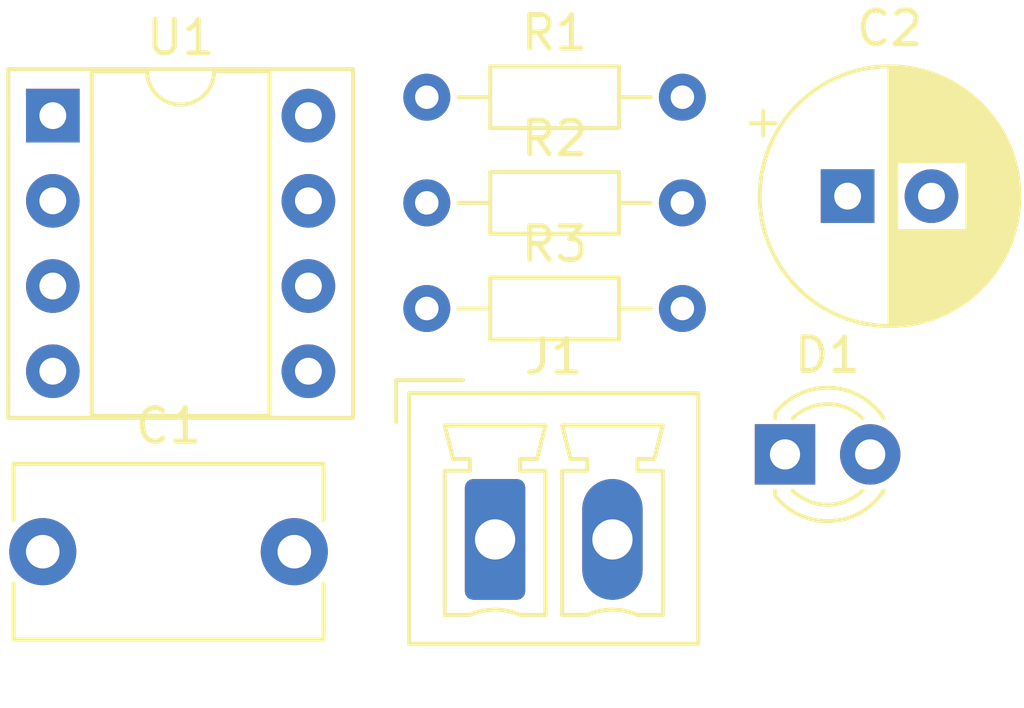
<source format=kicad_pcb>
(kicad_pcb (version 20171130) (host pcbnew "(5.1.7)-1")

  (general
    (thickness 1.6)
    (drawings 0)
    (tracks 0)
    (zones 0)
    (modules 8)
    (nets 8)
  )

  (page A4)
  (layers
    (0 F.Cu signal)
    (31 B.Cu signal)
    (32 B.Adhes user)
    (33 F.Adhes user)
    (34 B.Paste user)
    (35 F.Paste user)
    (36 B.SilkS user)
    (37 F.SilkS user)
    (38 B.Mask user)
    (39 F.Mask user)
    (40 Dwgs.User user)
    (41 Cmts.User user)
    (42 Eco1.User user)
    (43 Eco2.User user)
    (44 Edge.Cuts user)
    (45 Margin user)
    (46 B.CrtYd user)
    (47 F.CrtYd user)
    (48 B.Fab user)
    (49 F.Fab user)
  )

  (setup
    (last_trace_width 0.25)
    (trace_clearance 0.2)
    (zone_clearance 0.508)
    (zone_45_only no)
    (trace_min 0.2)
    (via_size 0.8)
    (via_drill 0.4)
    (via_min_size 0.4)
    (via_min_drill 0.3)
    (uvia_size 0.3)
    (uvia_drill 0.1)
    (uvias_allowed no)
    (uvia_min_size 0.2)
    (uvia_min_drill 0.1)
    (edge_width 0.05)
    (segment_width 0.2)
    (pcb_text_width 0.3)
    (pcb_text_size 1.5 1.5)
    (mod_edge_width 0.12)
    (mod_text_size 1 1)
    (mod_text_width 0.15)
    (pad_size 1.524 1.524)
    (pad_drill 0.762)
    (pad_to_mask_clearance 0)
    (aux_axis_origin 0 0)
    (visible_elements FFFFFF7F)
    (pcbplotparams
      (layerselection 0x010fc_ffffffff)
      (usegerberextensions false)
      (usegerberattributes true)
      (usegerberadvancedattributes true)
      (creategerberjobfile true)
      (excludeedgelayer true)
      (linewidth 0.100000)
      (plotframeref false)
      (viasonmask false)
      (mode 1)
      (useauxorigin false)
      (hpglpennumber 1)
      (hpglpenspeed 20)
      (hpglpendiameter 15.000000)
      (psnegative false)
      (psa4output false)
      (plotreference true)
      (plotvalue true)
      (plotinvisibletext false)
      (padsonsilk false)
      (subtractmaskfromsilk false)
      (outputformat 1)
      (mirror false)
      (drillshape 1)
      (scaleselection 1)
      (outputdirectory ""))
  )

  (net 0 "")
  (net 1 "Net-(C1-Pad1)")
  (net 2 "Net-(C1-Pad2)")
  (net 3 "Net-(C2-Pad1)")
  (net 4 "Net-(D1-Pad2)")
  (net 5 "Net-(J1-Pad1)")
  (net 6 "Net-(R1-Pad2)")
  (net 7 "Net-(R3-Pad1)")

  (net_class Default "This is the default net class."
    (clearance 0.2)
    (trace_width 0.25)
    (via_dia 0.8)
    (via_drill 0.4)
    (uvia_dia 0.3)
    (uvia_drill 0.1)
    (add_net "Net-(C1-Pad1)")
    (add_net "Net-(C1-Pad2)")
    (add_net "Net-(C2-Pad1)")
    (add_net "Net-(D1-Pad2)")
    (add_net "Net-(J1-Pad1)")
    (add_net "Net-(R1-Pad2)")
    (add_net "Net-(R3-Pad1)")
  )

  (module Capacitor_THT:C_Disc_D9.0mm_W5.0mm_P7.50mm (layer F.Cu) (tedit 5AE50EF0) (tstamp 5FA71762)
    (at 148.595001 98.445001)
    (descr "C, Disc series, Radial, pin pitch=7.50mm, , diameter*width=9*5.0mm^2, Capacitor, http://www.vishay.com/docs/28535/vy2series.pdf")
    (tags "C Disc series Radial pin pitch 7.50mm  diameter 9mm width 5.0mm Capacitor")
    (path /5F9D42CB)
    (fp_text reference C1 (at 3.75 -3.75) (layer F.SilkS)
      (effects (font (size 1 1) (thickness 0.15)))
    )
    (fp_text value 0.1uf (at 3.75 3.75) (layer F.Fab)
      (effects (font (size 1 1) (thickness 0.15)))
    )
    (fp_line (start 8.75 -2.75) (end -1.25 -2.75) (layer F.CrtYd) (width 0.05))
    (fp_line (start 8.75 2.75) (end 8.75 -2.75) (layer F.CrtYd) (width 0.05))
    (fp_line (start -1.25 2.75) (end 8.75 2.75) (layer F.CrtYd) (width 0.05))
    (fp_line (start -1.25 -2.75) (end -1.25 2.75) (layer F.CrtYd) (width 0.05))
    (fp_line (start 8.37 0.946) (end 8.37 2.62) (layer F.SilkS) (width 0.12))
    (fp_line (start 8.37 -2.62) (end 8.37 -0.946) (layer F.SilkS) (width 0.12))
    (fp_line (start -0.87 0.946) (end -0.87 2.62) (layer F.SilkS) (width 0.12))
    (fp_line (start -0.87 -2.62) (end -0.87 -0.946) (layer F.SilkS) (width 0.12))
    (fp_line (start -0.87 2.62) (end 8.37 2.62) (layer F.SilkS) (width 0.12))
    (fp_line (start -0.87 -2.62) (end 8.37 -2.62) (layer F.SilkS) (width 0.12))
    (fp_line (start 8.25 -2.5) (end -0.75 -2.5) (layer F.Fab) (width 0.1))
    (fp_line (start 8.25 2.5) (end 8.25 -2.5) (layer F.Fab) (width 0.1))
    (fp_line (start -0.75 2.5) (end 8.25 2.5) (layer F.Fab) (width 0.1))
    (fp_line (start -0.75 -2.5) (end -0.75 2.5) (layer F.Fab) (width 0.1))
    (fp_text user %R (at 3.75 0) (layer F.Fab)
      (effects (font (size 1 1) (thickness 0.15)))
    )
    (pad 1 thru_hole circle (at 0 0) (size 2 2) (drill 1) (layers *.Cu *.Mask)
      (net 1 "Net-(C1-Pad1)"))
    (pad 2 thru_hole circle (at 7.5 0) (size 2 2) (drill 1) (layers *.Cu *.Mask)
      (net 2 "Net-(C1-Pad2)"))
    (model ${KISYS3DMOD}/Capacitor_THT.3dshapes/C_Disc_D9.0mm_W5.0mm_P7.50mm.wrl
      (at (xyz 0 0 0))
      (scale (xyz 1 1 1))
      (rotate (xyz 0 0 0))
    )
  )

  (module Capacitor_THT:CP_Radial_D7.5mm_P2.50mm (layer F.Cu) (tedit 5AE50EF0) (tstamp 5FA71805)
    (at 172.592212 87.845001)
    (descr "CP, Radial series, Radial, pin pitch=2.50mm, , diameter=7.5mm, Electrolytic Capacitor")
    (tags "CP Radial series Radial pin pitch 2.50mm  diameter 7.5mm Electrolytic Capacitor")
    (path /5F9D34E3)
    (fp_text reference C2 (at 1.25 -5) (layer F.SilkS)
      (effects (font (size 1 1) (thickness 0.15)))
    )
    (fp_text value 220uf (at 1.25 5) (layer F.Fab)
      (effects (font (size 1 1) (thickness 0.15)))
    )
    (fp_line (start -2.517211 -2.55) (end -2.517211 -1.8) (layer F.SilkS) (width 0.12))
    (fp_line (start -2.892211 -2.175) (end -2.142211 -2.175) (layer F.SilkS) (width 0.12))
    (fp_line (start 5.091 -0.441) (end 5.091 0.441) (layer F.SilkS) (width 0.12))
    (fp_line (start 5.051 -0.693) (end 5.051 0.693) (layer F.SilkS) (width 0.12))
    (fp_line (start 5.011 -0.877) (end 5.011 0.877) (layer F.SilkS) (width 0.12))
    (fp_line (start 4.971 -1.028) (end 4.971 1.028) (layer F.SilkS) (width 0.12))
    (fp_line (start 4.931 -1.158) (end 4.931 1.158) (layer F.SilkS) (width 0.12))
    (fp_line (start 4.891 -1.275) (end 4.891 1.275) (layer F.SilkS) (width 0.12))
    (fp_line (start 4.851 -1.381) (end 4.851 1.381) (layer F.SilkS) (width 0.12))
    (fp_line (start 4.811 -1.478) (end 4.811 1.478) (layer F.SilkS) (width 0.12))
    (fp_line (start 4.771 -1.569) (end 4.771 1.569) (layer F.SilkS) (width 0.12))
    (fp_line (start 4.731 -1.654) (end 4.731 1.654) (layer F.SilkS) (width 0.12))
    (fp_line (start 4.691 -1.733) (end 4.691 1.733) (layer F.SilkS) (width 0.12))
    (fp_line (start 4.651 -1.809) (end 4.651 1.809) (layer F.SilkS) (width 0.12))
    (fp_line (start 4.611 -1.881) (end 4.611 1.881) (layer F.SilkS) (width 0.12))
    (fp_line (start 4.571 -1.949) (end 4.571 1.949) (layer F.SilkS) (width 0.12))
    (fp_line (start 4.531 -2.014) (end 4.531 2.014) (layer F.SilkS) (width 0.12))
    (fp_line (start 4.491 -2.077) (end 4.491 2.077) (layer F.SilkS) (width 0.12))
    (fp_line (start 4.451 -2.137) (end 4.451 2.137) (layer F.SilkS) (width 0.12))
    (fp_line (start 4.411 -2.195) (end 4.411 2.195) (layer F.SilkS) (width 0.12))
    (fp_line (start 4.371 -2.25) (end 4.371 2.25) (layer F.SilkS) (width 0.12))
    (fp_line (start 4.331 -2.304) (end 4.331 2.304) (layer F.SilkS) (width 0.12))
    (fp_line (start 4.291 -2.355) (end 4.291 2.355) (layer F.SilkS) (width 0.12))
    (fp_line (start 4.251 -2.405) (end 4.251 2.405) (layer F.SilkS) (width 0.12))
    (fp_line (start 4.211 -2.454) (end 4.211 2.454) (layer F.SilkS) (width 0.12))
    (fp_line (start 4.171 -2.5) (end 4.171 2.5) (layer F.SilkS) (width 0.12))
    (fp_line (start 4.131 -2.546) (end 4.131 2.546) (layer F.SilkS) (width 0.12))
    (fp_line (start 4.091 -2.589) (end 4.091 2.589) (layer F.SilkS) (width 0.12))
    (fp_line (start 4.051 -2.632) (end 4.051 2.632) (layer F.SilkS) (width 0.12))
    (fp_line (start 4.011 -2.673) (end 4.011 2.673) (layer F.SilkS) (width 0.12))
    (fp_line (start 3.971 -2.713) (end 3.971 2.713) (layer F.SilkS) (width 0.12))
    (fp_line (start 3.931 -2.752) (end 3.931 2.752) (layer F.SilkS) (width 0.12))
    (fp_line (start 3.891 -2.79) (end 3.891 2.79) (layer F.SilkS) (width 0.12))
    (fp_line (start 3.851 -2.827) (end 3.851 2.827) (layer F.SilkS) (width 0.12))
    (fp_line (start 3.811 -2.863) (end 3.811 2.863) (layer F.SilkS) (width 0.12))
    (fp_line (start 3.771 -2.898) (end 3.771 2.898) (layer F.SilkS) (width 0.12))
    (fp_line (start 3.731 -2.931) (end 3.731 2.931) (layer F.SilkS) (width 0.12))
    (fp_line (start 3.691 -2.964) (end 3.691 2.964) (layer F.SilkS) (width 0.12))
    (fp_line (start 3.651 -2.996) (end 3.651 2.996) (layer F.SilkS) (width 0.12))
    (fp_line (start 3.611 -3.028) (end 3.611 3.028) (layer F.SilkS) (width 0.12))
    (fp_line (start 3.571 -3.058) (end 3.571 3.058) (layer F.SilkS) (width 0.12))
    (fp_line (start 3.531 1.04) (end 3.531 3.088) (layer F.SilkS) (width 0.12))
    (fp_line (start 3.531 -3.088) (end 3.531 -1.04) (layer F.SilkS) (width 0.12))
    (fp_line (start 3.491 1.04) (end 3.491 3.116) (layer F.SilkS) (width 0.12))
    (fp_line (start 3.491 -3.116) (end 3.491 -1.04) (layer F.SilkS) (width 0.12))
    (fp_line (start 3.451 1.04) (end 3.451 3.144) (layer F.SilkS) (width 0.12))
    (fp_line (start 3.451 -3.144) (end 3.451 -1.04) (layer F.SilkS) (width 0.12))
    (fp_line (start 3.411 1.04) (end 3.411 3.172) (layer F.SilkS) (width 0.12))
    (fp_line (start 3.411 -3.172) (end 3.411 -1.04) (layer F.SilkS) (width 0.12))
    (fp_line (start 3.371 1.04) (end 3.371 3.198) (layer F.SilkS) (width 0.12))
    (fp_line (start 3.371 -3.198) (end 3.371 -1.04) (layer F.SilkS) (width 0.12))
    (fp_line (start 3.331 1.04) (end 3.331 3.224) (layer F.SilkS) (width 0.12))
    (fp_line (start 3.331 -3.224) (end 3.331 -1.04) (layer F.SilkS) (width 0.12))
    (fp_line (start 3.291 1.04) (end 3.291 3.249) (layer F.SilkS) (width 0.12))
    (fp_line (start 3.291 -3.249) (end 3.291 -1.04) (layer F.SilkS) (width 0.12))
    (fp_line (start 3.251 1.04) (end 3.251 3.274) (layer F.SilkS) (width 0.12))
    (fp_line (start 3.251 -3.274) (end 3.251 -1.04) (layer F.SilkS) (width 0.12))
    (fp_line (start 3.211 1.04) (end 3.211 3.297) (layer F.SilkS) (width 0.12))
    (fp_line (start 3.211 -3.297) (end 3.211 -1.04) (layer F.SilkS) (width 0.12))
    (fp_line (start 3.171 1.04) (end 3.171 3.321) (layer F.SilkS) (width 0.12))
    (fp_line (start 3.171 -3.321) (end 3.171 -1.04) (layer F.SilkS) (width 0.12))
    (fp_line (start 3.131 1.04) (end 3.131 3.343) (layer F.SilkS) (width 0.12))
    (fp_line (start 3.131 -3.343) (end 3.131 -1.04) (layer F.SilkS) (width 0.12))
    (fp_line (start 3.091 1.04) (end 3.091 3.365) (layer F.SilkS) (width 0.12))
    (fp_line (start 3.091 -3.365) (end 3.091 -1.04) (layer F.SilkS) (width 0.12))
    (fp_line (start 3.051 1.04) (end 3.051 3.386) (layer F.SilkS) (width 0.12))
    (fp_line (start 3.051 -3.386) (end 3.051 -1.04) (layer F.SilkS) (width 0.12))
    (fp_line (start 3.011 1.04) (end 3.011 3.407) (layer F.SilkS) (width 0.12))
    (fp_line (start 3.011 -3.407) (end 3.011 -1.04) (layer F.SilkS) (width 0.12))
    (fp_line (start 2.971 1.04) (end 2.971 3.427) (layer F.SilkS) (width 0.12))
    (fp_line (start 2.971 -3.427) (end 2.971 -1.04) (layer F.SilkS) (width 0.12))
    (fp_line (start 2.931 1.04) (end 2.931 3.447) (layer F.SilkS) (width 0.12))
    (fp_line (start 2.931 -3.447) (end 2.931 -1.04) (layer F.SilkS) (width 0.12))
    (fp_line (start 2.891 1.04) (end 2.891 3.466) (layer F.SilkS) (width 0.12))
    (fp_line (start 2.891 -3.466) (end 2.891 -1.04) (layer F.SilkS) (width 0.12))
    (fp_line (start 2.851 1.04) (end 2.851 3.484) (layer F.SilkS) (width 0.12))
    (fp_line (start 2.851 -3.484) (end 2.851 -1.04) (layer F.SilkS) (width 0.12))
    (fp_line (start 2.811 1.04) (end 2.811 3.502) (layer F.SilkS) (width 0.12))
    (fp_line (start 2.811 -3.502) (end 2.811 -1.04) (layer F.SilkS) (width 0.12))
    (fp_line (start 2.771 1.04) (end 2.771 3.52) (layer F.SilkS) (width 0.12))
    (fp_line (start 2.771 -3.52) (end 2.771 -1.04) (layer F.SilkS) (width 0.12))
    (fp_line (start 2.731 1.04) (end 2.731 3.536) (layer F.SilkS) (width 0.12))
    (fp_line (start 2.731 -3.536) (end 2.731 -1.04) (layer F.SilkS) (width 0.12))
    (fp_line (start 2.691 1.04) (end 2.691 3.553) (layer F.SilkS) (width 0.12))
    (fp_line (start 2.691 -3.553) (end 2.691 -1.04) (layer F.SilkS) (width 0.12))
    (fp_line (start 2.651 1.04) (end 2.651 3.568) (layer F.SilkS) (width 0.12))
    (fp_line (start 2.651 -3.568) (end 2.651 -1.04) (layer F.SilkS) (width 0.12))
    (fp_line (start 2.611 1.04) (end 2.611 3.584) (layer F.SilkS) (width 0.12))
    (fp_line (start 2.611 -3.584) (end 2.611 -1.04) (layer F.SilkS) (width 0.12))
    (fp_line (start 2.571 1.04) (end 2.571 3.598) (layer F.SilkS) (width 0.12))
    (fp_line (start 2.571 -3.598) (end 2.571 -1.04) (layer F.SilkS) (width 0.12))
    (fp_line (start 2.531 1.04) (end 2.531 3.613) (layer F.SilkS) (width 0.12))
    (fp_line (start 2.531 -3.613) (end 2.531 -1.04) (layer F.SilkS) (width 0.12))
    (fp_line (start 2.491 1.04) (end 2.491 3.626) (layer F.SilkS) (width 0.12))
    (fp_line (start 2.491 -3.626) (end 2.491 -1.04) (layer F.SilkS) (width 0.12))
    (fp_line (start 2.451 1.04) (end 2.451 3.64) (layer F.SilkS) (width 0.12))
    (fp_line (start 2.451 -3.64) (end 2.451 -1.04) (layer F.SilkS) (width 0.12))
    (fp_line (start 2.411 1.04) (end 2.411 3.653) (layer F.SilkS) (width 0.12))
    (fp_line (start 2.411 -3.653) (end 2.411 -1.04) (layer F.SilkS) (width 0.12))
    (fp_line (start 2.371 1.04) (end 2.371 3.665) (layer F.SilkS) (width 0.12))
    (fp_line (start 2.371 -3.665) (end 2.371 -1.04) (layer F.SilkS) (width 0.12))
    (fp_line (start 2.331 1.04) (end 2.331 3.677) (layer F.SilkS) (width 0.12))
    (fp_line (start 2.331 -3.677) (end 2.331 -1.04) (layer F.SilkS) (width 0.12))
    (fp_line (start 2.291 1.04) (end 2.291 3.688) (layer F.SilkS) (width 0.12))
    (fp_line (start 2.291 -3.688) (end 2.291 -1.04) (layer F.SilkS) (width 0.12))
    (fp_line (start 2.251 1.04) (end 2.251 3.699) (layer F.SilkS) (width 0.12))
    (fp_line (start 2.251 -3.699) (end 2.251 -1.04) (layer F.SilkS) (width 0.12))
    (fp_line (start 2.211 1.04) (end 2.211 3.71) (layer F.SilkS) (width 0.12))
    (fp_line (start 2.211 -3.71) (end 2.211 -1.04) (layer F.SilkS) (width 0.12))
    (fp_line (start 2.171 1.04) (end 2.171 3.72) (layer F.SilkS) (width 0.12))
    (fp_line (start 2.171 -3.72) (end 2.171 -1.04) (layer F.SilkS) (width 0.12))
    (fp_line (start 2.131 1.04) (end 2.131 3.729) (layer F.SilkS) (width 0.12))
    (fp_line (start 2.131 -3.729) (end 2.131 -1.04) (layer F.SilkS) (width 0.12))
    (fp_line (start 2.091 1.04) (end 2.091 3.738) (layer F.SilkS) (width 0.12))
    (fp_line (start 2.091 -3.738) (end 2.091 -1.04) (layer F.SilkS) (width 0.12))
    (fp_line (start 2.051 1.04) (end 2.051 3.747) (layer F.SilkS) (width 0.12))
    (fp_line (start 2.051 -3.747) (end 2.051 -1.04) (layer F.SilkS) (width 0.12))
    (fp_line (start 2.011 1.04) (end 2.011 3.755) (layer F.SilkS) (width 0.12))
    (fp_line (start 2.011 -3.755) (end 2.011 -1.04) (layer F.SilkS) (width 0.12))
    (fp_line (start 1.971 1.04) (end 1.971 3.763) (layer F.SilkS) (width 0.12))
    (fp_line (start 1.971 -3.763) (end 1.971 -1.04) (layer F.SilkS) (width 0.12))
    (fp_line (start 1.93 1.04) (end 1.93 3.77) (layer F.SilkS) (width 0.12))
    (fp_line (start 1.93 -3.77) (end 1.93 -1.04) (layer F.SilkS) (width 0.12))
    (fp_line (start 1.89 1.04) (end 1.89 3.777) (layer F.SilkS) (width 0.12))
    (fp_line (start 1.89 -3.777) (end 1.89 -1.04) (layer F.SilkS) (width 0.12))
    (fp_line (start 1.85 1.04) (end 1.85 3.784) (layer F.SilkS) (width 0.12))
    (fp_line (start 1.85 -3.784) (end 1.85 -1.04) (layer F.SilkS) (width 0.12))
    (fp_line (start 1.81 1.04) (end 1.81 3.79) (layer F.SilkS) (width 0.12))
    (fp_line (start 1.81 -3.79) (end 1.81 -1.04) (layer F.SilkS) (width 0.12))
    (fp_line (start 1.77 1.04) (end 1.77 3.795) (layer F.SilkS) (width 0.12))
    (fp_line (start 1.77 -3.795) (end 1.77 -1.04) (layer F.SilkS) (width 0.12))
    (fp_line (start 1.73 1.04) (end 1.73 3.801) (layer F.SilkS) (width 0.12))
    (fp_line (start 1.73 -3.801) (end 1.73 -1.04) (layer F.SilkS) (width 0.12))
    (fp_line (start 1.69 1.04) (end 1.69 3.805) (layer F.SilkS) (width 0.12))
    (fp_line (start 1.69 -3.805) (end 1.69 -1.04) (layer F.SilkS) (width 0.12))
    (fp_line (start 1.65 1.04) (end 1.65 3.81) (layer F.SilkS) (width 0.12))
    (fp_line (start 1.65 -3.81) (end 1.65 -1.04) (layer F.SilkS) (width 0.12))
    (fp_line (start 1.61 1.04) (end 1.61 3.814) (layer F.SilkS) (width 0.12))
    (fp_line (start 1.61 -3.814) (end 1.61 -1.04) (layer F.SilkS) (width 0.12))
    (fp_line (start 1.57 1.04) (end 1.57 3.817) (layer F.SilkS) (width 0.12))
    (fp_line (start 1.57 -3.817) (end 1.57 -1.04) (layer F.SilkS) (width 0.12))
    (fp_line (start 1.53 1.04) (end 1.53 3.82) (layer F.SilkS) (width 0.12))
    (fp_line (start 1.53 -3.82) (end 1.53 -1.04) (layer F.SilkS) (width 0.12))
    (fp_line (start 1.49 1.04) (end 1.49 3.823) (layer F.SilkS) (width 0.12))
    (fp_line (start 1.49 -3.823) (end 1.49 -1.04) (layer F.SilkS) (width 0.12))
    (fp_line (start 1.45 -3.825) (end 1.45 3.825) (layer F.SilkS) (width 0.12))
    (fp_line (start 1.41 -3.827) (end 1.41 3.827) (layer F.SilkS) (width 0.12))
    (fp_line (start 1.37 -3.829) (end 1.37 3.829) (layer F.SilkS) (width 0.12))
    (fp_line (start 1.33 -3.83) (end 1.33 3.83) (layer F.SilkS) (width 0.12))
    (fp_line (start 1.29 -3.83) (end 1.29 3.83) (layer F.SilkS) (width 0.12))
    (fp_line (start 1.25 -3.83) (end 1.25 3.83) (layer F.SilkS) (width 0.12))
    (fp_line (start -1.586233 -2.0125) (end -1.586233 -1.2625) (layer F.Fab) (width 0.1))
    (fp_line (start -1.961233 -1.6375) (end -1.211233 -1.6375) (layer F.Fab) (width 0.1))
    (fp_circle (center 1.25 0) (end 5.25 0) (layer F.CrtYd) (width 0.05))
    (fp_circle (center 1.25 0) (end 5.12 0) (layer F.SilkS) (width 0.12))
    (fp_circle (center 1.25 0) (end 5 0) (layer F.Fab) (width 0.1))
    (fp_text user %R (at 1.25 0) (layer F.Fab)
      (effects (font (size 1 1) (thickness 0.15)))
    )
    (pad 1 thru_hole rect (at 0 0) (size 1.6 1.6) (drill 0.8) (layers *.Cu *.Mask)
      (net 3 "Net-(C2-Pad1)"))
    (pad 2 thru_hole circle (at 2.5 0) (size 1.6 1.6) (drill 0.8) (layers *.Cu *.Mask)
      (net 2 "Net-(C1-Pad2)"))
    (model ${KISYS3DMOD}/Capacitor_THT.3dshapes/CP_Radial_D7.5mm_P2.50mm.wrl
      (at (xyz 0 0 0))
      (scale (xyz 1 1 1))
      (rotate (xyz 0 0 0))
    )
  )

  (module LED_THT:LED_D3.0mm (layer F.Cu) (tedit 587A3A7B) (tstamp 5FA71818)
    (at 170.725001 95.545001)
    (descr "LED, diameter 3.0mm, 2 pins")
    (tags "LED diameter 3.0mm 2 pins")
    (path /5FA728BF)
    (fp_text reference D1 (at 1.27 -2.96) (layer F.SilkS)
      (effects (font (size 1 1) (thickness 0.15)))
    )
    (fp_text value LED (at 1.27 2.96) (layer F.Fab)
      (effects (font (size 1 1) (thickness 0.15)))
    )
    (fp_line (start 3.7 -2.25) (end -1.15 -2.25) (layer F.CrtYd) (width 0.05))
    (fp_line (start 3.7 2.25) (end 3.7 -2.25) (layer F.CrtYd) (width 0.05))
    (fp_line (start -1.15 2.25) (end 3.7 2.25) (layer F.CrtYd) (width 0.05))
    (fp_line (start -1.15 -2.25) (end -1.15 2.25) (layer F.CrtYd) (width 0.05))
    (fp_line (start -0.29 1.08) (end -0.29 1.236) (layer F.SilkS) (width 0.12))
    (fp_line (start -0.29 -1.236) (end -0.29 -1.08) (layer F.SilkS) (width 0.12))
    (fp_line (start -0.23 -1.16619) (end -0.23 1.16619) (layer F.Fab) (width 0.1))
    (fp_circle (center 1.27 0) (end 2.77 0) (layer F.Fab) (width 0.1))
    (fp_arc (start 1.27 0) (end -0.23 -1.16619) (angle 284.3) (layer F.Fab) (width 0.1))
    (fp_arc (start 1.27 0) (end -0.29 -1.235516) (angle 108.8) (layer F.SilkS) (width 0.12))
    (fp_arc (start 1.27 0) (end -0.29 1.235516) (angle -108.8) (layer F.SilkS) (width 0.12))
    (fp_arc (start 1.27 0) (end 0.229039 -1.08) (angle 87.9) (layer F.SilkS) (width 0.12))
    (fp_arc (start 1.27 0) (end 0.229039 1.08) (angle -87.9) (layer F.SilkS) (width 0.12))
    (pad 1 thru_hole rect (at 0 0) (size 1.8 1.8) (drill 0.9) (layers *.Cu *.Mask)
      (net 2 "Net-(C1-Pad2)"))
    (pad 2 thru_hole circle (at 2.54 0) (size 1.8 1.8) (drill 0.9) (layers *.Cu *.Mask)
      (net 4 "Net-(D1-Pad2)"))
    (model ${KISYS3DMOD}/LED_THT.3dshapes/LED_D3.0mm.wrl
      (at (xyz 0 0 0))
      (scale (xyz 1 1 1))
      (rotate (xyz 0 0 0))
    )
  )

  (module Connector_Phoenix_MC:PhoenixContact_MCV_1,5_2-G-3.5_1x02_P3.50mm_Vertical (layer F.Cu) (tedit 5B784ED0) (tstamp 5FA7184B)
    (at 162.080001 98.080001)
    (descr "Generic Phoenix Contact connector footprint for: MCV_1,5/2-G-3.5; number of pins: 02; pin pitch: 3.50mm; Vertical || order number: 1843606 8A 160V")
    (tags "phoenix_contact connector MCV_01x02_G_3.5mm")
    (path /5FA690D6)
    (fp_text reference J1 (at 1.75 -5.45) (layer F.SilkS)
      (effects (font (size 1 1) (thickness 0.15)))
    )
    (fp_text value Screw_Terminal_01x02 (at 1.75 4.2) (layer F.Fab)
      (effects (font (size 1 1) (thickness 0.15)))
    )
    (fp_line (start -2.95 -4.75) (end -0.95 -4.75) (layer F.Fab) (width 0.1))
    (fp_line (start -2.95 -3.5) (end -2.95 -4.75) (layer F.Fab) (width 0.1))
    (fp_line (start -2.95 -4.75) (end -0.95 -4.75) (layer F.SilkS) (width 0.12))
    (fp_line (start -2.95 -3.5) (end -2.95 -4.75) (layer F.SilkS) (width 0.12))
    (fp_line (start 6.45 -4.75) (end -2.95 -4.75) (layer F.CrtYd) (width 0.05))
    (fp_line (start 6.45 3.5) (end 6.45 -4.75) (layer F.CrtYd) (width 0.05))
    (fp_line (start -2.95 3.5) (end 6.45 3.5) (layer F.CrtYd) (width 0.05))
    (fp_line (start -2.95 -4.75) (end -2.95 3.5) (layer F.CrtYd) (width 0.05))
    (fp_line (start 5 2.25) (end 4.25 2.25) (layer F.SilkS) (width 0.12))
    (fp_line (start 5 -2.05) (end 5 2.25) (layer F.SilkS) (width 0.12))
    (fp_line (start 4.25 -2.05) (end 5 -2.05) (layer F.SilkS) (width 0.12))
    (fp_line (start 4.25 -2.4) (end 4.25 -2.05) (layer F.SilkS) (width 0.12))
    (fp_line (start 4.75 -2.4) (end 4.25 -2.4) (layer F.SilkS) (width 0.12))
    (fp_line (start 5 -3.4) (end 4.75 -2.4) (layer F.SilkS) (width 0.12))
    (fp_line (start 2 -3.4) (end 5 -3.4) (layer F.SilkS) (width 0.12))
    (fp_line (start 2.25 -2.4) (end 2 -3.4) (layer F.SilkS) (width 0.12))
    (fp_line (start 2.75 -2.4) (end 2.25 -2.4) (layer F.SilkS) (width 0.12))
    (fp_line (start 2.75 -2.05) (end 2.75 -2.4) (layer F.SilkS) (width 0.12))
    (fp_line (start 2 -2.05) (end 2.75 -2.05) (layer F.SilkS) (width 0.12))
    (fp_line (start 2 2.25) (end 2 -2.05) (layer F.SilkS) (width 0.12))
    (fp_line (start 2.75 2.25) (end 2 2.25) (layer F.SilkS) (width 0.12))
    (fp_line (start 1.5 2.25) (end 0.75 2.25) (layer F.SilkS) (width 0.12))
    (fp_line (start 1.5 -2.05) (end 1.5 2.25) (layer F.SilkS) (width 0.12))
    (fp_line (start 0.75 -2.05) (end 1.5 -2.05) (layer F.SilkS) (width 0.12))
    (fp_line (start 0.75 -2.4) (end 0.75 -2.05) (layer F.SilkS) (width 0.12))
    (fp_line (start 1.25 -2.4) (end 0.75 -2.4) (layer F.SilkS) (width 0.12))
    (fp_line (start 1.5 -3.4) (end 1.25 -2.4) (layer F.SilkS) (width 0.12))
    (fp_line (start -1.5 -3.4) (end 1.5 -3.4) (layer F.SilkS) (width 0.12))
    (fp_line (start -1.25 -2.4) (end -1.5 -3.4) (layer F.SilkS) (width 0.12))
    (fp_line (start -0.75 -2.4) (end -1.25 -2.4) (layer F.SilkS) (width 0.12))
    (fp_line (start -0.75 -2.05) (end -0.75 -2.4) (layer F.SilkS) (width 0.12))
    (fp_line (start -1.5 -2.05) (end -0.75 -2.05) (layer F.SilkS) (width 0.12))
    (fp_line (start -1.5 2.25) (end -1.5 -2.05) (layer F.SilkS) (width 0.12))
    (fp_line (start -0.75 2.25) (end -1.5 2.25) (layer F.SilkS) (width 0.12))
    (fp_line (start 5.95 -4.25) (end -2.45 -4.25) (layer F.Fab) (width 0.1))
    (fp_line (start 5.95 3) (end 5.95 -4.25) (layer F.Fab) (width 0.1))
    (fp_line (start -2.45 3) (end 5.95 3) (layer F.Fab) (width 0.1))
    (fp_line (start -2.45 -4.25) (end -2.45 3) (layer F.Fab) (width 0.1))
    (fp_line (start 6.06 -4.36) (end -2.56 -4.36) (layer F.SilkS) (width 0.12))
    (fp_line (start 6.06 3.11) (end 6.06 -4.36) (layer F.SilkS) (width 0.12))
    (fp_line (start -2.56 3.11) (end 6.06 3.11) (layer F.SilkS) (width 0.12))
    (fp_line (start -2.56 -4.36) (end -2.56 3.11) (layer F.SilkS) (width 0.12))
    (fp_arc (start 0 3.95) (end -0.75 2.25) (angle 47.6) (layer F.SilkS) (width 0.12))
    (fp_arc (start 3.5 3.95) (end 2.75 2.25) (angle 47.6) (layer F.SilkS) (width 0.12))
    (fp_text user %R (at 1.75 -3.55) (layer F.Fab)
      (effects (font (size 1 1) (thickness 0.15)))
    )
    (pad 1 thru_hole roundrect (at 0 0) (size 1.8 3.6) (drill 1.2) (layers *.Cu *.Mask) (roundrect_rratio 0.138889)
      (net 5 "Net-(J1-Pad1)"))
    (pad 2 thru_hole oval (at 3.5 0) (size 1.8 3.6) (drill 1.2) (layers *.Cu *.Mask)
      (net 2 "Net-(C1-Pad2)"))
    (model ${KISYS3DMOD}/Connector_Phoenix_MC.3dshapes/PhoenixContact_MCV_1,5_2-G-3.5_1x02_P3.50mm_Vertical.wrl
      (at (xyz 0 0 0))
      (scale (xyz 1 1 1))
      (rotate (xyz 0 0 0))
    )
  )

  (module Resistor_THT:R_Axial_DIN0204_L3.6mm_D1.6mm_P7.62mm_Horizontal (layer F.Cu) (tedit 5AE5139B) (tstamp 5FA71862)
    (at 160.045001 84.895001)
    (descr "Resistor, Axial_DIN0204 series, Axial, Horizontal, pin pitch=7.62mm, 0.167W, length*diameter=3.6*1.6mm^2, http://cdn-reichelt.de/documents/datenblatt/B400/1_4W%23YAG.pdf")
    (tags "Resistor Axial_DIN0204 series Axial Horizontal pin pitch 7.62mm 0.167W length 3.6mm diameter 1.6mm")
    (path /5F9D2D44)
    (fp_text reference R1 (at 3.81 -1.92) (layer F.SilkS)
      (effects (font (size 1 1) (thickness 0.15)))
    )
    (fp_text value 10k (at 3.81 1.92) (layer F.Fab)
      (effects (font (size 1 1) (thickness 0.15)))
    )
    (fp_line (start 8.57 -1.05) (end -0.95 -1.05) (layer F.CrtYd) (width 0.05))
    (fp_line (start 8.57 1.05) (end 8.57 -1.05) (layer F.CrtYd) (width 0.05))
    (fp_line (start -0.95 1.05) (end 8.57 1.05) (layer F.CrtYd) (width 0.05))
    (fp_line (start -0.95 -1.05) (end -0.95 1.05) (layer F.CrtYd) (width 0.05))
    (fp_line (start 6.68 0) (end 5.73 0) (layer F.SilkS) (width 0.12))
    (fp_line (start 0.94 0) (end 1.89 0) (layer F.SilkS) (width 0.12))
    (fp_line (start 5.73 -0.92) (end 1.89 -0.92) (layer F.SilkS) (width 0.12))
    (fp_line (start 5.73 0.92) (end 5.73 -0.92) (layer F.SilkS) (width 0.12))
    (fp_line (start 1.89 0.92) (end 5.73 0.92) (layer F.SilkS) (width 0.12))
    (fp_line (start 1.89 -0.92) (end 1.89 0.92) (layer F.SilkS) (width 0.12))
    (fp_line (start 7.62 0) (end 5.61 0) (layer F.Fab) (width 0.1))
    (fp_line (start 0 0) (end 2.01 0) (layer F.Fab) (width 0.1))
    (fp_line (start 5.61 -0.8) (end 2.01 -0.8) (layer F.Fab) (width 0.1))
    (fp_line (start 5.61 0.8) (end 5.61 -0.8) (layer F.Fab) (width 0.1))
    (fp_line (start 2.01 0.8) (end 5.61 0.8) (layer F.Fab) (width 0.1))
    (fp_line (start 2.01 -0.8) (end 2.01 0.8) (layer F.Fab) (width 0.1))
    (fp_text user %R (at 3.81 0) (layer F.Fab)
      (effects (font (size 0.72 0.72) (thickness 0.108)))
    )
    (pad 1 thru_hole circle (at 0 0) (size 1.4 1.4) (drill 0.7) (layers *.Cu *.Mask)
      (net 5 "Net-(J1-Pad1)"))
    (pad 2 thru_hole oval (at 7.62 0) (size 1.4 1.4) (drill 0.7) (layers *.Cu *.Mask)
      (net 6 "Net-(R1-Pad2)"))
    (model ${KISYS3DMOD}/Resistor_THT.3dshapes/R_Axial_DIN0204_L3.6mm_D1.6mm_P7.62mm_Horizontal.wrl
      (at (xyz 0 0 0))
      (scale (xyz 1 1 1))
      (rotate (xyz 0 0 0))
    )
  )

  (module Resistor_THT:R_Axial_DIN0204_L3.6mm_D1.6mm_P7.62mm_Horizontal (layer F.Cu) (tedit 5AE5139B) (tstamp 5FA71879)
    (at 160.045001 88.045001)
    (descr "Resistor, Axial_DIN0204 series, Axial, Horizontal, pin pitch=7.62mm, 0.167W, length*diameter=3.6*1.6mm^2, http://cdn-reichelt.de/documents/datenblatt/B400/1_4W%23YAG.pdf")
    (tags "Resistor Axial_DIN0204 series Axial Horizontal pin pitch 7.62mm 0.167W length 3.6mm diameter 1.6mm")
    (path /5F9D4F42)
    (fp_text reference R2 (at 3.81 -1.92) (layer F.SilkS)
      (effects (font (size 1 1) (thickness 0.15)))
    )
    (fp_text value 33k (at 3.81 1.92) (layer F.Fab)
      (effects (font (size 1 1) (thickness 0.15)))
    )
    (fp_text user %R (at 3.81 0) (layer F.Fab)
      (effects (font (size 0.72 0.72) (thickness 0.108)))
    )
    (fp_line (start 2.01 -0.8) (end 2.01 0.8) (layer F.Fab) (width 0.1))
    (fp_line (start 2.01 0.8) (end 5.61 0.8) (layer F.Fab) (width 0.1))
    (fp_line (start 5.61 0.8) (end 5.61 -0.8) (layer F.Fab) (width 0.1))
    (fp_line (start 5.61 -0.8) (end 2.01 -0.8) (layer F.Fab) (width 0.1))
    (fp_line (start 0 0) (end 2.01 0) (layer F.Fab) (width 0.1))
    (fp_line (start 7.62 0) (end 5.61 0) (layer F.Fab) (width 0.1))
    (fp_line (start 1.89 -0.92) (end 1.89 0.92) (layer F.SilkS) (width 0.12))
    (fp_line (start 1.89 0.92) (end 5.73 0.92) (layer F.SilkS) (width 0.12))
    (fp_line (start 5.73 0.92) (end 5.73 -0.92) (layer F.SilkS) (width 0.12))
    (fp_line (start 5.73 -0.92) (end 1.89 -0.92) (layer F.SilkS) (width 0.12))
    (fp_line (start 0.94 0) (end 1.89 0) (layer F.SilkS) (width 0.12))
    (fp_line (start 6.68 0) (end 5.73 0) (layer F.SilkS) (width 0.12))
    (fp_line (start -0.95 -1.05) (end -0.95 1.05) (layer F.CrtYd) (width 0.05))
    (fp_line (start -0.95 1.05) (end 8.57 1.05) (layer F.CrtYd) (width 0.05))
    (fp_line (start 8.57 1.05) (end 8.57 -1.05) (layer F.CrtYd) (width 0.05))
    (fp_line (start 8.57 -1.05) (end -0.95 -1.05) (layer F.CrtYd) (width 0.05))
    (pad 2 thru_hole oval (at 7.62 0) (size 1.4 1.4) (drill 0.7) (layers *.Cu *.Mask)
      (net 3 "Net-(C2-Pad1)"))
    (pad 1 thru_hole circle (at 0 0) (size 1.4 1.4) (drill 0.7) (layers *.Cu *.Mask)
      (net 6 "Net-(R1-Pad2)"))
    (model ${KISYS3DMOD}/Resistor_THT.3dshapes/R_Axial_DIN0204_L3.6mm_D1.6mm_P7.62mm_Horizontal.wrl
      (at (xyz 0 0 0))
      (scale (xyz 1 1 1))
      (rotate (xyz 0 0 0))
    )
  )

  (module Resistor_THT:R_Axial_DIN0204_L3.6mm_D1.6mm_P7.62mm_Horizontal (layer F.Cu) (tedit 5AE5139B) (tstamp 5FA71890)
    (at 160.045001 91.195001)
    (descr "Resistor, Axial_DIN0204 series, Axial, Horizontal, pin pitch=7.62mm, 0.167W, length*diameter=3.6*1.6mm^2, http://cdn-reichelt.de/documents/datenblatt/B400/1_4W%23YAG.pdf")
    (tags "Resistor Axial_DIN0204 series Axial Horizontal pin pitch 7.62mm 0.167W length 3.6mm diameter 1.6mm")
    (path /5FA72031)
    (fp_text reference R3 (at 3.81 -1.92) (layer F.SilkS)
      (effects (font (size 1 1) (thickness 0.15)))
    )
    (fp_text value "100 ohm" (at 3.81 1.92) (layer F.Fab)
      (effects (font (size 1 1) (thickness 0.15)))
    )
    (fp_line (start 8.57 -1.05) (end -0.95 -1.05) (layer F.CrtYd) (width 0.05))
    (fp_line (start 8.57 1.05) (end 8.57 -1.05) (layer F.CrtYd) (width 0.05))
    (fp_line (start -0.95 1.05) (end 8.57 1.05) (layer F.CrtYd) (width 0.05))
    (fp_line (start -0.95 -1.05) (end -0.95 1.05) (layer F.CrtYd) (width 0.05))
    (fp_line (start 6.68 0) (end 5.73 0) (layer F.SilkS) (width 0.12))
    (fp_line (start 0.94 0) (end 1.89 0) (layer F.SilkS) (width 0.12))
    (fp_line (start 5.73 -0.92) (end 1.89 -0.92) (layer F.SilkS) (width 0.12))
    (fp_line (start 5.73 0.92) (end 5.73 -0.92) (layer F.SilkS) (width 0.12))
    (fp_line (start 1.89 0.92) (end 5.73 0.92) (layer F.SilkS) (width 0.12))
    (fp_line (start 1.89 -0.92) (end 1.89 0.92) (layer F.SilkS) (width 0.12))
    (fp_line (start 7.62 0) (end 5.61 0) (layer F.Fab) (width 0.1))
    (fp_line (start 0 0) (end 2.01 0) (layer F.Fab) (width 0.1))
    (fp_line (start 5.61 -0.8) (end 2.01 -0.8) (layer F.Fab) (width 0.1))
    (fp_line (start 5.61 0.8) (end 5.61 -0.8) (layer F.Fab) (width 0.1))
    (fp_line (start 2.01 0.8) (end 5.61 0.8) (layer F.Fab) (width 0.1))
    (fp_line (start 2.01 -0.8) (end 2.01 0.8) (layer F.Fab) (width 0.1))
    (fp_text user %R (at 3.81 0) (layer F.Fab)
      (effects (font (size 0.72 0.72) (thickness 0.108)))
    )
    (pad 1 thru_hole circle (at 0 0) (size 1.4 1.4) (drill 0.7) (layers *.Cu *.Mask)
      (net 7 "Net-(R3-Pad1)"))
    (pad 2 thru_hole oval (at 7.62 0) (size 1.4 1.4) (drill 0.7) (layers *.Cu *.Mask)
      (net 4 "Net-(D1-Pad2)"))
    (model ${KISYS3DMOD}/Resistor_THT.3dshapes/R_Axial_DIN0204_L3.6mm_D1.6mm_P7.62mm_Horizontal.wrl
      (at (xyz 0 0 0))
      (scale (xyz 1 1 1))
      (rotate (xyz 0 0 0))
    )
  )

  (module Package_DIP:DIP-8_W7.62mm_Socket (layer F.Cu) (tedit 5A02E8C5) (tstamp 5FA718B4)
    (at 148.895001 85.445001)
    (descr "8-lead though-hole mounted DIP package, row spacing 7.62 mm (300 mils), Socket")
    (tags "THT DIP DIL PDIP 2.54mm 7.62mm 300mil Socket")
    (path /5F9CFEF5)
    (fp_text reference U1 (at 3.81 -2.33) (layer F.SilkS)
      (effects (font (size 1 1) (thickness 0.15)))
    )
    (fp_text value LM555xN (at 3.81 9.95) (layer F.Fab)
      (effects (font (size 1 1) (thickness 0.15)))
    )
    (fp_line (start 9.15 -1.6) (end -1.55 -1.6) (layer F.CrtYd) (width 0.05))
    (fp_line (start 9.15 9.2) (end 9.15 -1.6) (layer F.CrtYd) (width 0.05))
    (fp_line (start -1.55 9.2) (end 9.15 9.2) (layer F.CrtYd) (width 0.05))
    (fp_line (start -1.55 -1.6) (end -1.55 9.2) (layer F.CrtYd) (width 0.05))
    (fp_line (start 8.95 -1.39) (end -1.33 -1.39) (layer F.SilkS) (width 0.12))
    (fp_line (start 8.95 9.01) (end 8.95 -1.39) (layer F.SilkS) (width 0.12))
    (fp_line (start -1.33 9.01) (end 8.95 9.01) (layer F.SilkS) (width 0.12))
    (fp_line (start -1.33 -1.39) (end -1.33 9.01) (layer F.SilkS) (width 0.12))
    (fp_line (start 6.46 -1.33) (end 4.81 -1.33) (layer F.SilkS) (width 0.12))
    (fp_line (start 6.46 8.95) (end 6.46 -1.33) (layer F.SilkS) (width 0.12))
    (fp_line (start 1.16 8.95) (end 6.46 8.95) (layer F.SilkS) (width 0.12))
    (fp_line (start 1.16 -1.33) (end 1.16 8.95) (layer F.SilkS) (width 0.12))
    (fp_line (start 2.81 -1.33) (end 1.16 -1.33) (layer F.SilkS) (width 0.12))
    (fp_line (start 8.89 -1.33) (end -1.27 -1.33) (layer F.Fab) (width 0.1))
    (fp_line (start 8.89 8.95) (end 8.89 -1.33) (layer F.Fab) (width 0.1))
    (fp_line (start -1.27 8.95) (end 8.89 8.95) (layer F.Fab) (width 0.1))
    (fp_line (start -1.27 -1.33) (end -1.27 8.95) (layer F.Fab) (width 0.1))
    (fp_line (start 0.635 -0.27) (end 1.635 -1.27) (layer F.Fab) (width 0.1))
    (fp_line (start 0.635 8.89) (end 0.635 -0.27) (layer F.Fab) (width 0.1))
    (fp_line (start 6.985 8.89) (end 0.635 8.89) (layer F.Fab) (width 0.1))
    (fp_line (start 6.985 -1.27) (end 6.985 8.89) (layer F.Fab) (width 0.1))
    (fp_line (start 1.635 -1.27) (end 6.985 -1.27) (layer F.Fab) (width 0.1))
    (fp_arc (start 3.81 -1.33) (end 2.81 -1.33) (angle -180) (layer F.SilkS) (width 0.12))
    (fp_text user %R (at 3.81 3.81) (layer F.Fab)
      (effects (font (size 1 1) (thickness 0.15)))
    )
    (pad 1 thru_hole rect (at 0 0) (size 1.6 1.6) (drill 0.8) (layers *.Cu *.Mask)
      (net 2 "Net-(C1-Pad2)"))
    (pad 5 thru_hole oval (at 7.62 7.62) (size 1.6 1.6) (drill 0.8) (layers *.Cu *.Mask)
      (net 1 "Net-(C1-Pad1)"))
    (pad 2 thru_hole oval (at 0 2.54) (size 1.6 1.6) (drill 0.8) (layers *.Cu *.Mask)
      (net 3 "Net-(C2-Pad1)"))
    (pad 6 thru_hole oval (at 7.62 5.08) (size 1.6 1.6) (drill 0.8) (layers *.Cu *.Mask)
      (net 3 "Net-(C2-Pad1)"))
    (pad 3 thru_hole oval (at 0 5.08) (size 1.6 1.6) (drill 0.8) (layers *.Cu *.Mask)
      (net 7 "Net-(R3-Pad1)"))
    (pad 7 thru_hole oval (at 7.62 2.54) (size 1.6 1.6) (drill 0.8) (layers *.Cu *.Mask)
      (net 6 "Net-(R1-Pad2)"))
    (pad 4 thru_hole oval (at 0 7.62) (size 1.6 1.6) (drill 0.8) (layers *.Cu *.Mask)
      (net 5 "Net-(J1-Pad1)"))
    (pad 8 thru_hole oval (at 7.62 0) (size 1.6 1.6) (drill 0.8) (layers *.Cu *.Mask)
      (net 5 "Net-(J1-Pad1)"))
    (model ${KISYS3DMOD}/Package_DIP.3dshapes/DIP-8_W7.62mm_Socket.wrl
      (at (xyz 0 0 0))
      (scale (xyz 1 1 1))
      (rotate (xyz 0 0 0))
    )
  )

)

</source>
